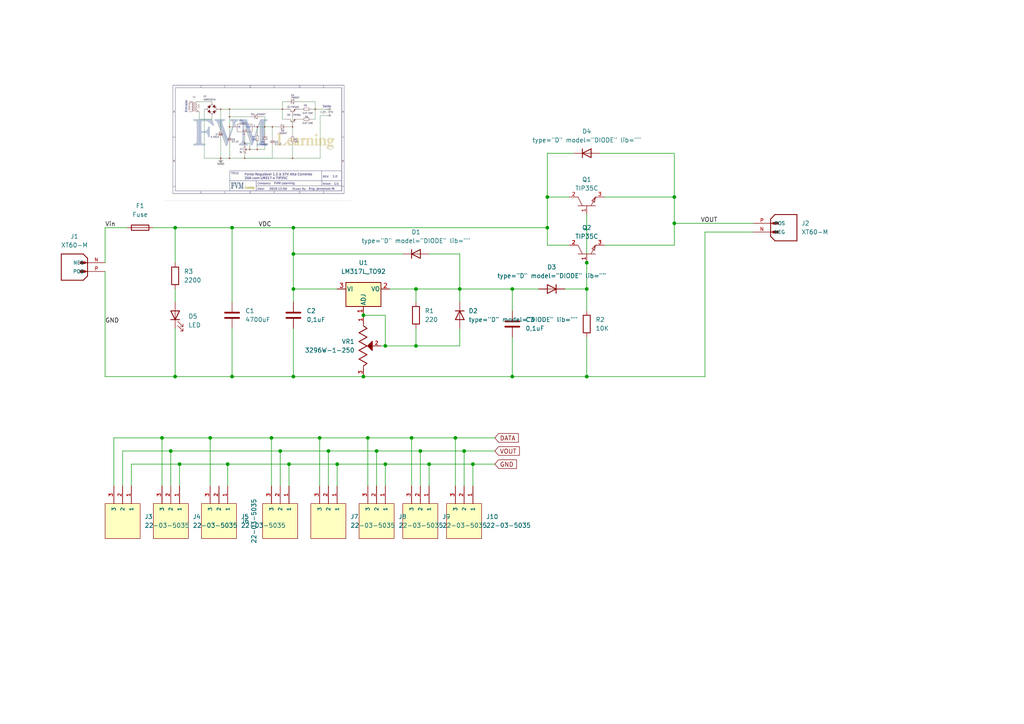
<source format=kicad_sch>
(kicad_sch (version 20211123) (generator eeschema)
  (paper "A4")
  (lib_symbols
    (symbol "Device:C" (pin_numbers hide) (pin_names (offset 0.254))
      (property "Reference" "C" (at 0.635 2.54 0))
      (property "Value" "C" (at 0.635 -2.54 0))
      (symbol "C_0_1"
        (polyline (pts (xy -2.032 -0.762) (xy 2.032 -0.762)) (stroke (width 0.508)))
        (polyline (pts (xy -2.032 0.762) (xy 2.032 0.762)) (stroke (width 0.508)))
      )
      (symbol "C_1_1"
        (pin passive line (at 0 3.81 270) (length 2.794) (name "~") (number "1"))
        (pin passive line (at 0 -3.81 90) (length 2.794) (name "~") (number "2"))
      )
    )
    (symbol "Device:Fuse" (pin_numbers hide) (pin_names (offset 0))
      (property "Reference" "F" (at 2.032 0 90))
      (property "Value" "Fuse" (at -1.905 0 90))
      (symbol "Fuse_0_1"
        (rectangle (start -0.762 -2.54) (end 0.762 2.54) (stroke (width 0.254)))
        (polyline (pts (xy 0 2.54) (xy 0 -2.54)))
      )
      (symbol "Fuse_1_1"
        (pin passive line (at 0 3.81 270) (length 1.27) (name "~") (number "1"))
        (pin passive line (at 0 -3.81 90) (length 1.27) (name "~") (number "2"))
      )
    )
    (symbol "Device:LED" (pin_numbers hide) (pin_names (offset 1.016) hide)
      (property "Reference" "D" (at 0 2.54 0))
      (property "Value" "LED" (at 0 -2.54 0))
      (symbol "LED_0_1"
        (polyline (pts (xy -1.27 -1.27) (xy -1.27 1.27)) (stroke (width 0.254)))
        (polyline (pts (xy -1.27 0) (xy 1.27 0)))
        (polyline (pts (xy 1.27 -1.27) (xy 1.27 1.27) (xy -1.27 0) (xy 1.27 -1.27)) (stroke (width 0.254)))
        (polyline (pts (xy -3.048 -0.762) (xy -4.572 -2.286) (xy -3.81 -2.286) (xy -4.572 -2.286) (xy -4.572 -1.524)))
        (polyline (pts (xy -1.778 -0.762) (xy -3.302 -2.286) (xy -2.54 -2.286) (xy -3.302 -2.286) (xy -3.302 -1.524)))
      )
      (symbol "LED_1_1"
        (pin passive line (at -3.81 0 0) (length 2.54) (name "K") (number "1"))
        (pin passive line (at 3.81 0 180) (length 2.54) (name "A") (number "2"))
      )
    )
    (symbol "Device:R" (pin_numbers hide) (pin_names (offset 0))
      (property "Reference" "R" (at 2.032 0 90))
      (property "Value" "R" (at 0 0 90))
      (symbol "R_0_1"
        (rectangle (start -1.016 -2.54) (end 1.016 2.54) (stroke (width 0.254)))
      )
      (symbol "R_1_1"
        (pin passive line (at 0 3.81 270) (length 1.27) (name "~") (number "1"))
        (pin passive line (at 0 -3.81 90) (length 1.27) (name "~") (number "2"))
      )
    )
    (symbol "Regulator_Linear:LM317L_TO92" (pin_names (offset 0.254))
      (property "Reference" "U" (at -3.81 3.175 0))
      (property "Value" "LM317L_TO92" (at 0 3.175 0))
      (symbol "LM317L_TO92_0_1"
        (rectangle (start -5.08 1.905) (end 5.08 -5.08) (stroke (width 0.254)) (fill (type background)))
      )
      (symbol "LM317L_TO92_1_1"
        (pin input line (at 0 -7.62 90) (length 2.54) (name "ADJ") (number "1"))
        (pin power_out line (at 7.62 0 180) (length 2.54) (name "VO") (number "2"))
        (pin power_in line (at -7.62 0 0) (length 2.54) (name "VI") (number "3"))
      )
    )
    (symbol "Simulation_SPICE:DIODE" (pin_numbers hide) (pin_names (offset 1.016) hide)
      (property "Reference" "D" (at 0 2.54 0))
      (property "Value" "DIODE" (at 0 -2.54 0))
      (symbol "DIODE_0_1"
        (polyline (pts (xy 1.27 0) (xy -1.27 0)))
        (polyline (pts (xy 1.27 1.27) (xy 1.27 -1.27)) (stroke (width 0.254)))
        (polyline (pts (xy -1.27 -1.27) (xy -1.27 1.27) (xy 1.27 0) (xy -1.27 -1.27)) (stroke (width 0.254)))
      )
      (symbol "DIODE_1_1"
        (pin passive line (at -3.81 0 0) (length 2.54) (name "A") (number "1"))
        (pin passive line (at 3.81 0 180) (length 2.54) (name "K") (number "2"))
      )
    )
    (symbol "TRIM_POT:3296W-1-250" (pin_names (offset 1.016))
      (property "Reference" "VR" (at -5.0871 10.1742 0))
      (property "Value" "3296W-1-250" (at -5.0926 -5.0926 0))
      (symbol "3296W-1-250_0_0"
        (polyline (pts (xy -6.35 0) (xy -5.842 0)) (stroke (width 0.1524)))
        (polyline (pts (xy -5.842 0) (xy -5.08 1.016)) (stroke (width 0.254)))
        (polyline (pts (xy -5.08 1.016) (xy -3.81 -1.27)) (stroke (width 0.254)))
        (polyline (pts (xy -3.81 -1.27) (xy -2.54 1.016)) (stroke (width 0.254)))
        (polyline (pts (xy -2.54 1.016) (xy -1.27 -1.27)) (stroke (width 0.254)))
        (polyline (pts (xy -1.27 -1.27) (xy 0 1.016)) (stroke (width 0.254)))
        (polyline (pts (xy -1.27 2.54) (xy 1.27 2.54)) (stroke (width 0.254)))
        (polyline (pts (xy 0 1.016) (xy 1.27 -1.27)) (stroke (width 0.254)))
        (polyline (pts (xy 0 1.27) (xy -1.27 2.54)) (stroke (width 0.254)))
        (polyline (pts (xy 1.27 -1.27) (xy 2.54 1.016)) (stroke (width 0.254)))
        (polyline (pts (xy 1.27 2.54) (xy 0 1.27)) (stroke (width 0.254)))
        (polyline (pts (xy 2.54 1.016) (xy 3.81 -1.27)) (stroke (width 0.254)))
        (polyline (pts (xy 3.81 -1.27) (xy 5.08 1.016)) (stroke (width 0.254)))
        (polyline (pts (xy 5.842 0) (xy 5.08 1.016)) (stroke (width 0.254)))
        (polyline (pts (xy 5.842 0) (xy 6.35 0)) (stroke (width 0.1524)))
        (polyline (pts (xy -1.27 2.54) (xy 1.27 2.54) (xy 0 1.27) (xy -1.27 2.54)) (stroke (width 0.254)) (fill (type outline)))
        (pin passive line (at -8.89 0 0) (length 2.54) (name "~") (number "1"))
        (pin passive line (at 0 5.08 270) (length 2.54) (name "~") (number "2"))
        (pin passive line (at 8.89 0 180) (length 2.54) (name "~") (number "3"))
      )
    )
    (symbol "TTL-3PIN:22-03-5035" (pin_names (offset 1.016))
      (property "Reference" "J" (at -5.08 5.08 0))
      (property "Value" "22-03-5035" (at -5.08 -7.62 0))
      (symbol "22-03-5035_0_0"
        (rectangle (start -5.08 -5.08) (end 5.08 5.08) (stroke (width 0.1524)) (fill (type background)))
        (pin passive line (at -10.16 2.54 0) (length 5.08) (name "1") (number "1"))
        (pin passive line (at -10.16 0 0) (length 5.08) (name "2") (number "2"))
        (pin passive line (at -10.16 -2.54 0) (length 5.08) (name "3") (number "3"))
      )
    )
    (symbol "XT-60:XT60-M" (pin_names (offset 1.016))
      (property "Reference" "J" (at 0 6.35 0))
      (property "Value" "XT60-M" (at 0 -5.08 0))
      (symbol "XT60-M_0_0"
        (polyline (pts (xy 0 -1.27) (xy 1.27 -2.54)) (stroke (width 0.254)))
        (polyline (pts (xy 0 0) (xy 1.905 0)) (stroke (width 0.254)))
        (polyline (pts (xy 0 2.54) (xy 0 -1.27)) (stroke (width 0.254)))
        (polyline (pts (xy 0 2.54) (xy 1.905 2.54)) (stroke (width 0.254)))
        (polyline (pts (xy 0 3.81) (xy 0 2.54)) (stroke (width 0.254)))
        (polyline (pts (xy 0 3.81) (xy 1.27 5.08)) (stroke (width 0.254)))
        (polyline (pts (xy 1.27 -2.54) (xy 7.62 -2.54)) (stroke (width 0.254)))
        (polyline (pts (xy 7.62 -2.54) (xy 7.62 5.08)) (stroke (width 0.254)))
        (polyline (pts (xy 7.62 5.08) (xy 1.27 5.08)) (stroke (width 0.254)))
        (rectangle (start 0.635 -0.3175) (end 2.2225 0.3175) (stroke (width 0.1)) (fill (type outline)))
        (rectangle (start 0.635 2.2225) (end 2.2225 2.8575) (stroke (width 0.1)) (fill (type outline)))
        (pin passive line (at -5.08 0 0) (length 5.08) (name "NEG") (number "N"))
        (pin passive line (at -5.08 2.54 0) (length 5.08) (name "POS") (number "P"))
      )
    )
    (symbol "eec:TIP35C" (pin_names (offset 1.016))
      (property "Reference" "Q" (at 0 7.62 0))
      (property "Value" "TIP35C" (at 0 10.16 0))
      (symbol "TIP35C_1_1"
        (polyline (pts (xy 5.08 -1.27) (xy 7.62 -2.54)))
        (polyline (pts (xy 5.08 1.27) (xy 7.62 2.54)))
        (polyline (pts (xy 5.08 2.54) (xy 5.08 -2.54)))
        (polyline (pts (xy 6.096 -2.286) (xy 6.604 -1.524)))
        (polyline (pts (xy 6.096 -2.286) (xy 7.62 -2.54)))
        (polyline (pts (xy 6.604 -1.524) (xy 7.62 -2.54)))
        (pin unspecified line (at 2.54 0 0) (length 2.54) (name "BASE") (number "1"))
        (pin unspecified line (at 7.62 5.08 270) (length 2.54) (name "COLLECTOR") (number "2"))
        (pin unspecified line (at 7.62 -5.08 90) (length 2.54) (name "EMITTER") (number "3"))
      )
    )
  )
  (junction (at 49.53 130.81))
  (junction (at 67.31 66.04))
  (junction (at 97.79 134.62))
  (junction (at 60.96 127))
  (junction (at 85.09 109.22))
  (junction (at 105.41 91.44))
  (junction (at 67.31 109.22))
  (junction (at 46.99 127))
  (junction (at 50.8 66.04))
  (junction (at 111.76 134.62))
  (junction (at 106.68 127))
  (junction (at 81.28 130.81))
  (junction (at 170.18 83.82))
  (junction (at 85.09 73.66))
  (junction (at 148.59 83.82))
  (junction (at 119.38 127))
  (junction (at 83.82 134.62))
  (junction (at 109.22 130.81))
  (junction (at 66.04 134.62))
  (junction (at 78.74 127))
  (junction (at 170.18 109.22))
  (junction (at 137.16 134.62))
  (junction (at 132.08 127))
  (junction (at 195.58 64.77))
  (junction (at 52.07 134.62))
  (junction (at 85.09 66.04))
  (junction (at 158.75 57.15))
  (junction (at 148.59 109.22))
  (junction (at 95.25 130.81))
  (junction (at 120.65 100.33))
  (junction (at 111.76 100.33))
  (junction (at 121.92 130.81))
  (junction (at 133.35 83.82))
  (junction (at 92.71 127))
  (junction (at 50.8 109.22))
  (junction (at 158.75 66.04))
  (junction (at 85.09 83.82))
  (junction (at 170.18 76.2))
  (junction (at 105.41 109.22))
  (junction (at 124.46 134.62))
  (junction (at 120.65 83.82))
  (junction (at 134.62 130.81))
  (junction (at 195.58 57.15))
  (wire (pts (xy 158.75 44.45) (xy 158.75 57.15)))
  (wire (pts (xy 66.04 134.62) (xy 66.04 140.97)))
  (wire (pts (xy 50.8 66.04) (xy 67.31 66.04)))
  (wire (pts (xy 85.09 109.22) (xy 105.41 109.22)))
  (wire (pts (xy 133.35 73.66) (xy 133.35 83.82)))
  (wire (pts (xy 30.48 78.74) (xy 30.48 109.22)))
  (wire (pts (xy 170.18 97.79) (xy 170.18 109.22)))
  (wire (pts (xy 110.49 100.33) (xy 111.76 100.33)))
  (wire (pts (xy 195.58 44.45) (xy 195.58 57.15)))
  (wire (pts (xy 124.46 134.62) (xy 124.46 140.97)))
  (wire (pts (xy 158.75 57.15) (xy 165.1 57.15)))
  (wire (pts (xy 111.76 134.62) (xy 111.76 140.97)))
  (wire (pts (xy 121.92 130.81) (xy 121.92 140.97)))
  (wire (pts (xy 67.31 109.22) (xy 85.09 109.22)))
  (wire (pts (xy 175.26 71.12) (xy 195.58 71.12)))
  (wire (pts (xy 85.09 73.66) (xy 85.09 83.82)))
  (wire (pts (xy 148.59 83.82) (xy 156.21 83.82)))
  (wire (pts (xy 111.76 100.33) (xy 120.65 100.33)))
  (wire (pts (xy 148.59 97.79) (xy 148.59 109.22)))
  (wire (pts (xy 120.65 83.82) (xy 113.03 83.82)))
  (wire (pts (xy 92.71 127) (xy 106.68 127)))
  (wire (pts (xy 95.25 130.81) (xy 109.22 130.81)))
  (wire (pts (xy 106.68 140.97) (xy 106.68 127)))
  (wire (pts (xy 50.8 83.82) (xy 50.8 87.63)))
  (wire (pts (xy 67.31 66.04) (xy 67.31 87.63)))
  (wire (pts (xy 166.37 44.45) (xy 158.75 44.45)))
  (wire (pts (xy 143.51 134.62) (xy 137.16 134.62)))
  (wire (pts (xy 44.45 66.04) (xy 50.8 66.04)))
  (wire (pts (xy 124.46 73.66) (xy 133.35 73.66)))
  (wire (pts (xy 111.76 134.62) (xy 124.46 134.62)))
  (wire (pts (xy 105.41 91.44) (xy 111.76 91.44)))
  (wire (pts (xy 143.51 127) (xy 132.08 127)))
  (wire (pts (xy 137.16 134.62) (xy 137.16 140.97)))
  (wire (pts (xy 49.53 130.81) (xy 81.28 130.81)))
  (wire (pts (xy 119.38 127) (xy 119.38 140.97)))
  (wire (pts (xy 83.82 134.62) (xy 97.79 134.62)))
  (wire (pts (xy 170.18 109.22) (xy 204.47 109.22)))
  (wire (pts (xy 33.02 127) (xy 46.99 127)))
  (wire (pts (xy 134.62 130.81) (xy 134.62 140.97)))
  (wire (pts (xy 85.09 83.82) (xy 97.79 83.82)))
  (wire (pts (xy 120.65 83.82) (xy 133.35 83.82)))
  (wire (pts (xy 30.48 66.04) (xy 36.83 66.04)))
  (wire (pts (xy 97.79 140.97) (xy 97.79 134.62)))
  (wire (pts (xy 85.09 73.66) (xy 116.84 73.66)))
  (wire (pts (xy 92.71 127) (xy 92.71 140.97)))
  (wire (pts (xy 85.09 109.22) (xy 85.09 95.25)))
  (wire (pts (xy 175.26 57.15) (xy 195.58 57.15)))
  (wire (pts (xy 30.48 66.04) (xy 30.48 76.2)))
  (wire (pts (xy 133.35 100.33) (xy 120.65 100.33)))
  (wire (pts (xy 109.22 130.81) (xy 109.22 140.97)))
  (wire (pts (xy 35.56 140.97) (xy 35.56 130.81)))
  (wire (pts (xy 218.44 67.31) (xy 204.47 67.31)))
  (wire (pts (xy 46.99 127) (xy 60.96 127)))
  (wire (pts (xy 195.58 64.77) (xy 218.44 64.77)))
  (wire (pts (xy 85.09 83.82) (xy 85.09 87.63)))
  (wire (pts (xy 170.18 62.23) (xy 170.18 76.2)))
  (wire (pts (xy 109.22 130.81) (xy 121.92 130.81)))
  (wire (pts (xy 120.65 100.33) (xy 120.65 95.25)))
  (wire (pts (xy 95.25 130.81) (xy 95.25 140.97)))
  (wire (pts (xy 49.53 130.81) (xy 49.53 140.97)))
  (wire (pts (xy 195.58 64.77) (xy 195.58 57.15)))
  (wire (pts (xy 35.56 130.81) (xy 49.53 130.81)))
  (wire (pts (xy 83.82 134.62) (xy 83.82 140.97)))
  (wire (pts (xy 158.75 66.04) (xy 158.75 57.15)))
  (wire (pts (xy 111.76 91.44) (xy 111.76 100.33)))
  (wire (pts (xy 173.99 44.45) (xy 195.58 44.45)))
  (wire (pts (xy 85.09 66.04) (xy 158.75 66.04)))
  (wire (pts (xy 170.18 83.82) (xy 163.83 83.82)))
  (wire (pts (xy 60.96 127) (xy 78.74 127)))
  (wire (pts (xy 46.99 127) (xy 46.99 140.97)))
  (wire (pts (xy 38.1 134.62) (xy 52.07 134.62)))
  (wire (pts (xy 52.07 134.62) (xy 52.07 140.97)))
  (wire (pts (xy 97.79 134.62) (xy 111.76 134.62)))
  (wire (pts (xy 78.74 127) (xy 92.71 127)))
  (wire (pts (xy 30.48 109.22) (xy 50.8 109.22)))
  (wire (pts (xy 119.38 127) (xy 132.08 127)))
  (wire (pts (xy 50.8 95.25) (xy 50.8 109.22)))
  (wire (pts (xy 204.47 67.31) (xy 204.47 109.22)))
  (wire (pts (xy 67.31 66.04) (xy 85.09 66.04)))
  (wire (pts (xy 50.8 66.04) (xy 50.8 76.2)))
  (wire (pts (xy 133.35 95.25) (xy 133.35 100.33)))
  (wire (pts (xy 81.28 140.97) (xy 81.28 130.81)))
  (wire (pts (xy 133.35 87.63) (xy 133.35 83.82)))
  (wire (pts (xy 81.28 130.81) (xy 95.25 130.81)))
  (wire (pts (xy 105.41 109.22) (xy 148.59 109.22)))
  (wire (pts (xy 170.18 90.17) (xy 170.18 83.82)))
  (wire (pts (xy 78.74 127) (xy 78.74 140.97)))
  (wire (pts (xy 60.96 127) (xy 60.96 140.97)))
  (wire (pts (xy 148.59 83.82) (xy 133.35 83.82)))
  (wire (pts (xy 33.02 140.97) (xy 33.02 127)))
  (wire (pts (xy 121.92 130.81) (xy 134.62 130.81)))
  (wire (pts (xy 106.68 127) (xy 119.38 127)))
  (wire (pts (xy 170.18 76.2) (xy 170.18 83.82)))
  (wire (pts (xy 38.1 140.97) (xy 38.1 134.62)))
  (wire (pts (xy 134.62 130.81) (xy 143.51 130.81)))
  (wire (pts (xy 52.07 134.62) (xy 66.04 134.62)))
  (wire (pts (xy 124.46 134.62) (xy 137.16 134.62)))
  (wire (pts (xy 50.8 109.22) (xy 67.31 109.22)))
  (wire (pts (xy 67.31 109.22) (xy 67.31 95.25)))
  (wire (pts (xy 158.75 71.12) (xy 158.75 66.04)))
  (wire (pts (xy 148.59 90.17) (xy 148.59 83.82)))
  (wire (pts (xy 170.18 109.22) (xy 148.59 109.22)))
  (wire (pts (xy 66.04 134.62) (xy 83.82 134.62)))
  (wire (pts (xy 85.09 66.04) (xy 85.09 73.66)))
  (wire (pts (xy 195.58 71.12) (xy 195.58 64.77)))
  (wire (pts (xy 120.65 87.63) (xy 120.65 83.82)))
  (wire (pts (xy 165.1 71.12) (xy 158.75 71.12)))
  (wire (pts (xy 132.08 127) (xy 132.08 140.97)))
  (image (at 74.93 40.64))
  (label "GND" (at 30.48 93.98 0))
  (label "VDC" (at 74.93 66.04 0))
  (label "VOUT" (at 203.2 64.77 0))
  (label "Vin" (at 30.48 66.04 0))
  (global_label "GND" (shape input) (at 143.51 134.62 0) (property "Intersheet References" "${INTERSHEET_REFS}" (effects hide)))
  (global_label "VOUT" (shape input) (at 143.51 130.81 0) (property "Intersheet References" "${INTERSHEET_REFS}" (effects hide)))
  (global_label "DATA" (shape input) (at 143.51 127 0) (property "Intersheet References" "${INTERSHEET_REFS}" (effects hide)))
  (symbol (lib_id "Device:Fuse") (at 40.64 66.04 90) (unit 1)
    (property "Reference" "F1" (at 40.64 59.69 90))
    (property "Value" "Fuse" (at 40.64 62.23 90))
    (property "Footprint" "Fuse:Fuseholder_Cylinder-5x20mm_Schurter_0031_8201_Horizontal_Open" (effects hide))
  )
  (symbol (lib_id "Regulator_Linear:LM317L_TO92") (at 105.41 83.82 0) (unit 1)
    (property "Reference" "U1" (at 105.41 76.2 0))
    (property "Value" "LM317L_TO92" (at 105.41 78.74 0))
    (property "Footprint" "Package_TO_SOT_THT:TO-220-3_Vertical" (effects hide))
    (property "Datasheet" "http://www.ti.com/lit/ds/snvs775k/snvs775k.pdf" (effects hide))
  )
  (symbol (lib_id "Device:LED") (at 50.8 91.44 90) (unit 1)
    (property "Reference" "D5" (at 54.61 91.7574 90) (effects (justify right)))
    (property "Value" "LED" (at 54.61 94.2974 90) (effects (justify right)))
    (property "Footprint" "LED_THT:LED_D3.0mm" (effects hide))
  )
  (symbol (lib_id "Simulation_SPICE:DIODE") (at 133.35 91.44 90) (unit 1)
    (property "Reference" "D2" (at 135.89 90.1699 90) (effects (justify right)))
    (property "Value" "DIODE" (at 135.89 92.7099 90) (effects (justify right)))
    (property "Footprint" "Diode_THT:D_A-405_P12.70mm_Horizontal" (effects hide))
    (property "Spice_Netlist_Enabled" "Y" (effects hide))
    (property "Spice_Primitive" "D" (effects hide))
  )
  (symbol (lib_id "Device:C") (at 148.59 93.98 0) (unit 1)
    (property "Reference" "C3" (at 152.4 92.7099 0) (effects (justify left)))
    (property "Value" "0,1uF" (at 152.4 95.2499 0) (effects (justify left)))
    (property "Footprint" "Capacitor_THT:CP_Radial_D6.3mm_P2.50mm" (effects hide))
  )
  (symbol (lib_id "Device:R") (at 50.8 80.01 0) (unit 1)
    (property "Reference" "R3" (at 53.34 78.7399 0) (effects (justify left)))
    (property "Value" "2200" (at 53.34 81.2799 0) (effects (justify left)))
    (property "Footprint" "Resistor_THT:R_Axial_DIN0207_L6.3mm_D2.5mm_P7.62mm_Horizontal" (effects hide))
  )
  (symbol (lib_id "Simulation_SPICE:DIODE") (at 170.18 44.45 180) (unit 1)
    (property "Reference" "D4" (at 170.18 38.1 0))
    (property "Value" "DIODE" (at 170.18 40.64 0))
    (property "Footprint" "Diode_THT:D_A-405_P12.70mm_Horizontal" (effects hide))
    (property "Spice_Netlist_Enabled" "Y" (effects hide))
    (property "Spice_Primitive" "D" (effects hide))
  )
  (symbol (lib_id "TTL-3PIN:22-03-5035") (at 109.22 151.13 270) (unit 1)
    (property "Reference" "J8" (at 115.57 149.8599 90) (effects (justify left)))
    (property "Value" "22-03-5035" (at 115.57 152.3999 90) (effects (justify left)))
    (property "Footprint" "TTL-3PIN:TTL_3pin" (effects hide))
    (property "STANDARD" "Manufacturer recommendations" (effects hide))
    (property "PARTREV" "B" (effects hide))
    (property "MANUFACTURER" "Molex" (effects hide))
    (property "MAXIMUM_PACKAGE_HEIGHT" "5.9mm" (effects hide))
  )
  (symbol (lib_id "TRIM_POT:3296W-1-250") (at 105.41 100.33 270) (unit 1)
    (property "Reference" "VR1" (at 102.87 99.0599 90) (effects (justify right)))
    (property "Value" "3296W-1-250" (at 102.87 101.5999 90) (effects (justify right)))
    (property "Footprint" "XT-60:TRIM_3296W-1-250" (effects hide))
    (property "PARTREV" "05/16" (effects hide))
    (property "MANUFACTURER" "Bourns" (effects hide))
    (property "STANDARD" "Manufacturer Recommendation" (effects hide))
  )
  (symbol (lib_id "eec:TIP35C") (at 170.18 78.74 90) (unit 1)
    (property "Reference" "Q2" (at 170.18 66.04 90))
    (property "Value" "TIP35C" (at 170.18 68.58 90))
    (property "Footprint" "Package_TO_SOT_THT:TO-3PB-3_Vertical" (effects hide))
    (property "Datasheet" "http://www.st.com/content/ccc/resource/technical/document/datasheet/81/78/4f/8c/28/81/4d/c1/CD00001165.pdf/files/CD00001165.pdf/jcr:content/translations/en.CD00001165.pdf" (effects hide))
    (property "category" "Trans" (effects hide))
    (property "digikey description" "TRANS NPN 100V 25A TO-247" (effects hide))
    (property "digikey part number" "497-2609-5-ND" (effects hide))
    (property "ipc land pattern name" "TO-220" (effects hide))
    (property "lead free" "yes" (effects hide))
    (property "library id" "7268601df026f6f5" (effects hide))
    (property "manufacturer" "STMicroelectronics" (effects hide))
    (property "mouser part number" "511-TIP35C" (effects hide))
    (property "package" "TO247" (effects hide))
    (property "rohs" "yes" (effects hide))
    (property "temperature range high" "+150°C" (effects hide))
    (property "voltage" "100V" (effects hide))
  )
  (symbol (lib_id "TTL-3PIN:22-03-5035") (at 95.25 151.13 270) (unit 1)
    (property "Reference" "J7" (at 101.6 149.8599 90) (effects (justify left)))
    (property "Value" "22-03-5035" (at 101.6 152.3999 90) (effects (justify left)))
    (property "Footprint" "TTL-3PIN:TTL_3pin" (effects hide))
    (property "STANDARD" "Manufacturer recommendations" (effects hide))
    (property "PARTREV" "B" (effects hide))
    (property "MANUFACTURER" "Molex" (effects hide))
    (property "MAXIMUM_PACKAGE_HEIGHT" "5.9mm" (effects hide))
  )
  (symbol (lib_id "TTL-3PIN:22-03-5035") (at 121.92 151.13 270) (unit 1)
    (property "Reference" "J9" (at 128.27 149.8599 90) (effects (justify left)))
    (property "Value" "22-03-5035" (at 128.27 152.3999 90) (effects (justify left)))
    (property "Footprint" "TTL-3PIN:TTL_3pin" (effects hide))
    (property "STANDARD" "Manufacturer recommendations" (effects hide))
    (property "PARTREV" "B" (effects hide))
    (property "MANUFACTURER" "Molex" (effects hide))
    (property "MAXIMUM_PACKAGE_HEIGHT" "5.9mm" (effects hide))
  )
  (symbol (lib_id "TTL-3PIN:22-03-5035") (at 134.62 151.13 270) (unit 1)
    (property "Reference" "J10" (at 140.97 149.8599 90) (effects (justify left)))
    (property "Value" "22-03-5035" (at 140.97 152.3999 90) (effects (justify left)))
    (property "Footprint" "TTL-3PIN:TTL_3pin" (effects hide))
    (property "STANDARD" "Manufacturer recommendations" (effects hide))
    (property "PARTREV" "B" (effects hide))
    (property "MANUFACTURER" "Molex" (effects hide))
    (property "MAXIMUM_PACKAGE_HEIGHT" "5.9mm" (effects hide))
  )
  (symbol (lib_id "TTL-3PIN:22-03-5035") (at 63.5 151.13 270) (unit 1)
    (property "Reference" "J5" (at 69.85 149.8599 90) (effects (justify left)))
    (property "Value" "22-03-5035" (at 69.85 152.3999 90) (effects (justify left)))
    (property "Footprint" "TTL-3PIN:TTL_3pin" (effects hide))
    (property "STANDARD" "Manufacturer recommendations" (effects hide))
    (property "PARTREV" "B" (effects hide))
    (property "MANUFACTURER" "Molex" (effects hide))
    (property "MAXIMUM_PACKAGE_HEIGHT" "5.9mm" (effects hide))
  )
  (symbol (lib_id "TTL-3PIN:22-03-5035") (at 35.56 151.13 270) (unit 1)
    (property "Reference" "J3" (at 41.91 149.8599 90) (effects (justify left)))
    (property "Value" "22-03-5035" (at 41.91 152.3999 90) (effects (justify left)))
    (property "Footprint" "TTL-3PIN:TTL_3pin" (effects hide))
    (property "STANDARD" "Manufacturer recommendations" (effects hide))
    (property "PARTREV" "B" (effects hide))
    (property "MANUFACTURER" "Molex" (effects hide))
    (property "MAXIMUM_PACKAGE_HEIGHT" "5.9mm" (effects hide))
  )
  (symbol (lib_id "XT-60:XT60-M") (at 25.4 76.2 180) (unit 1)
    (property "Reference" "J1" (at 21.59 68.58 0))
    (property "Value" "XT60-M" (at 21.59 71.12 0))
    (property "Footprint" "AMASS_XT60-M" (effects hide))
    (property "PARTREV" "V1.2" (effects hide))
    (property "MAXIMUM_PACKAGE_HEIGHT" "16.00 mm" (effects hide))
    (property "STANDARD" "IPC 7351B" (effects hide))
    (property "MANUFACTURER" "AMASS" (effects hide))
  )
  (symbol (lib_id "Simulation_SPICE:DIODE") (at 160.02 83.82 0) (unit 1)
    (property "Reference" "D3" (at 160.02 77.47 0))
    (property "Value" "DIODE" (at 160.02 80.01 0))
    (property "Footprint" "Diode_THT:D_A-405_P12.70mm_Horizontal" (effects hide))
    (property "Spice_Netlist_Enabled" "Y" (effects hide))
    (property "Spice_Primitive" "D" (effects hide))
  )
  (symbol (lib_id "Device:C") (at 67.31 91.44 0) (unit 1)
    (property "Reference" "C1" (at 71.12 90.1699 0) (effects (justify left)))
    (property "Value" "4700uF" (at 71.12 92.7099 0) (effects (justify left)))
    (property "Footprint" "Capacitor_THT:CP_Radial_D6.3mm_P2.50mm" (effects hide))
  )
  (symbol (lib_id "Simulation_SPICE:DIODE") (at 120.65 73.66 180) (unit 1)
    (property "Reference" "D1" (at 120.65 67.31 0))
    (property "Value" "DIODE" (at 120.65 69.85 0))
    (property "Footprint" "Diode_THT:D_A-405_P12.70mm_Horizontal" (effects hide))
    (property "Spice_Netlist_Enabled" "Y" (effects hide))
    (property "Spice_Primitive" "D" (effects hide))
  )
  (symbol (lib_id "TTL-3PIN:22-03-5035") (at 49.53 151.13 270) (unit 1)
    (property "Reference" "J4" (at 55.88 149.8599 90) (effects (justify left)))
    (property "Value" "22-03-5035" (at 55.88 152.3999 90) (effects (justify left)))
    (property "Footprint" "TTL-3PIN:TTL_3pin" (effects hide))
    (property "STANDARD" "Manufacturer recommendations" (effects hide))
    (property "PARTREV" "B" (effects hide))
    (property "MANUFACTURER" "Molex" (effects hide))
    (property "MAXIMUM_PACKAGE_HEIGHT" "5.9mm" (effects hide))
  )
  (symbol (lib_id "eec:TIP35C") (at 170.18 64.77 90) (unit 1)
    (property "Reference" "Q1" (at 170.18 52.07 90))
    (property "Value" "TIP35C" (at 170.18 54.61 90))
    (property "Footprint" "Package_TO_SOT_THT:TO-3PB-3_Vertical" (effects hide))
    (property "Datasheet" "http://www.st.com/content/ccc/resource/technical/document/datasheet/81/78/4f/8c/28/81/4d/c1/CD00001165.pdf/files/CD00001165.pdf/jcr:content/translations/en.CD00001165.pdf" (effects hide))
    (property "category" "Trans" (effects hide))
    (property "digikey description" "TRANS NPN 100V 25A TO-247" (effects hide))
    (property "digikey part number" "497-2609-5-ND" (effects hide))
    (property "ipc land pattern name" "TO-220" (effects hide))
    (property "lead free" "yes" (effects hide))
    (property "library id" "7268601df026f6f5" (effects hide))
    (property "manufacturer" "STMicroelectronics" (effects hide))
    (property "mouser part number" "511-TIP35C" (effects hide))
    (property "package" "TO247" (effects hide))
    (property "rohs" "yes" (effects hide))
    (property "temperature range high" "+150°C" (effects hide))
    (property "voltage" "100V" (effects hide))
  )
  (symbol (lib_id "TTL-3PIN:22-03-5035") (at 81.28 151.13 270) (unit 1)
    (property "Reference" "J6" (at 71.12 151.13 90))
    (property "Value" "22-03-5035" (at 73.66 151.13 0))
    (property "Footprint" "TTL-3PIN:TTL_3pin" (effects hide))
    (property "STANDARD" "Manufacturer recommendations" (effects hide))
    (property "PARTREV" "B" (effects hide))
    (property "MANUFACTURER" "Molex" (effects hide))
    (property "MAXIMUM_PACKAGE_HEIGHT" "5.9mm" (effects hide))
  )
  (symbol (lib_id "Device:R") (at 120.65 91.44 0) (unit 1)
    (property "Reference" "R1" (at 123.19 90.1699 0) (effects (justify left)))
    (property "Value" "220" (at 123.19 92.7099 0) (effects (justify left)))
    (property "Footprint" "Resistor_THT:R_Axial_DIN0207_L6.3mm_D2.5mm_P7.62mm_Horizontal" (effects hide))
  )
  (symbol (lib_id "Device:R") (at 170.18 93.98 0) (unit 1)
    (property "Reference" "R2" (at 172.72 92.7099 0) (effects (justify left)))
    (property "Value" "10K" (at 172.72 95.2499 0) (effects (justify left)))
    (property "Footprint" "Resistor_THT:R_Axial_DIN0207_L6.3mm_D2.5mm_P7.62mm_Horizontal" (effects hide))
  )
  (symbol (lib_id "Device:C") (at 85.09 91.44 0) (unit 1)
    (property "Reference" "C2" (at 88.9 90.1699 0) (effects (justify left)))
    (property "Value" "0,1uF" (at 88.9 92.7099 0) (effects (justify left)))
    (property "Footprint" "Capacitor_THT:CP_Radial_D6.3mm_P2.50mm" (effects hide))
  )
  (symbol (lib_id "XT-60:XT60-M") (at 223.52 67.31 0) (unit 1)
    (property "Reference" "J2" (at 232.41 64.7699 0) (effects (justify left)))
    (property "Value" "XT60-M" (at 232.41 67.3099 0) (effects (justify left)))
    (property "Footprint" "AMASS_XT60-M" (effects hide))
    (property "PARTREV" "V1.2" (effects hide))
    (property "MAXIMUM_PACKAGE_HEIGHT" "16.00 mm" (effects hide))
    (property "STANDARD" "IPC 7351B" (effects hide))
    (property "MANUFACTURER" "AMASS" (effects hide))
  )
)
</source>
